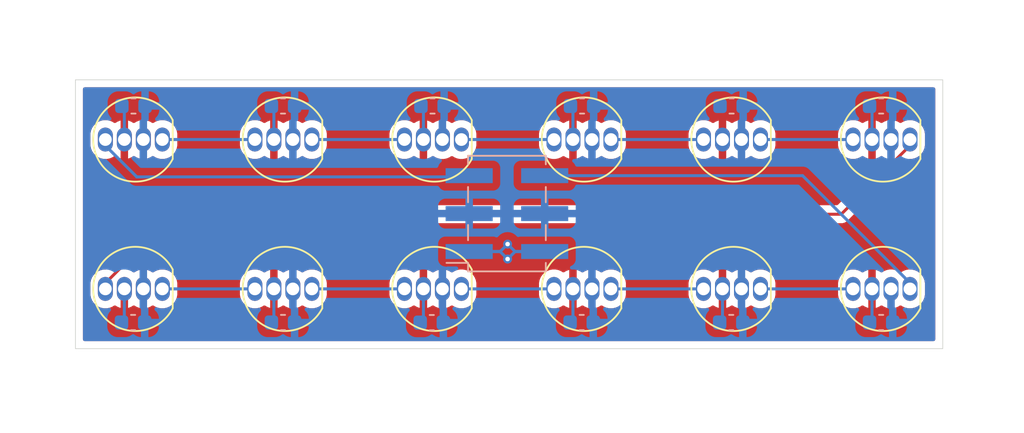
<source format=kicad_pcb>
(kicad_pcb (version 20240108) (generator "pcbnew") (generator_version "8.0")
  (layers (0 "F.Cu" signal) (31 "B.Cu" signal) (34 "B.Paste" user) (35 "F.Paste" user) (36 "B.SilkS" user "B.Silkscreen") (37 "F.SilkS" user "F.Silkscreen") (38 "B.Mask" user) (39 "F.Mask" user) (44 "Edge.Cuts" user))
  (net 0 "")
  (net 1 "5V")
  (net 2 "GND")
  (net 3 "Net-(D1-DO)")
  (net 4 "DIN")
  (net 5 "Net-(D2-DO)")
  (net 6 "Net-(D3-DO)")
  (net 7 "Net-(D4-DO)")
  (net 8 "Net-(D5-DO)")
  (net 9 "Net-(D10-DO)")
  (net 10 "Net-(D11-DO)")
  (net 11 "Net-(D7-DO)")
  (net 12 "Net-(D6-DO)")
  (net 13 "Net-(D8-DO)")
  (net 14 "Net-(D10-DI)")
  (net 15 "DOUT")
  (footprint "WS2812D:WS2812D" (layer "F.Cu") (at 88.405 58.5 180)
    (property "Reference" "D2" (hide yes))
    (property "Value" "APA-106-F5" (hide yes))
    (fp_line (start -2.6 -1.3) (end -2.6 1.3) (stroke (width 0.12)) (layer "F.SilkS"))
    (fp_arc (start -2.6 -1.3) (mid 2.717823 0) (end -2.6 1.3) (stroke (width 0.12)) (layer "F.SilkS"))
    (pad "1" thru_hole oval (at -1.905 0 180) (size 1 1.6) (drill 0.85) (layers "*.Cu" "*.Mask") (net 5 "Net-(D2-DO)"))
    (pad "2" thru_hole oval (at -0.635 0 180) (size 1 1.6) (drill 0.85) (layers "*.Cu" "*.Mask") (net 2 "GND"))
    (pad "3" thru_hole oval (at 0.635 0 180) (size 1 1.6) (drill 0.85) (layers "*.Cu" "*.Mask") (net 1 "5V"))
    (pad "4" thru_hole oval (at 1.905 0 180) (size 1 1.6) (drill 0.85) (layers "*.Cu" "*.Mask") (net 3 "Net-(D1-DO)"))
  )
  (footprint "WS2812D:WS2812D" (layer "F.Cu") (at 98.405 68.5 180)
    (property "Reference" "D9" (hide yes))
    (property "Value" "APA-106-F5" (hide yes))
    (fp_line (start -2.6 -1.3) (end -2.6 1.3) (stroke (width 0.12)) (layer "F.SilkS"))
    (fp_arc (start -2.6 -1.3) (mid 2.717823 0) (end -2.6 1.3) (stroke (width 0.12)) (layer "F.SilkS"))
    (pad "1" thru_hole oval (at -1.905 0 180) (size 1 1.6) (drill 0.85) (layers "*.Cu" "*.Mask") (net 14 "Net-(D10-DI)"))
    (pad "2" thru_hole oval (at -0.635 0 180) (size 1 1.6) (drill 0.85) (layers "*.Cu" "*.Mask") (net 2 "GND"))
    (pad "3" thru_hole oval (at 0.635 0 180) (size 1 1.6) (drill 0.85) (layers "*.Cu" "*.Mask") (net 1 "5V"))
    (pad "4" thru_hole oval (at 1.905 0 180) (size 1 1.6) (drill 0.85) (layers "*.Cu" "*.Mask") (net 13 "Net-(D8-DO)"))
  )
  (footprint "WS2812D:WS2812D" (layer "F.Cu") (at 118.405 58.5 180)
    (property "Reference" "D5" (hide yes))
    (property "Value" "APA-106-F5" (hide yes))
    (fp_line (start -2.6 -1.3) (end -2.6 1.3) (stroke (width 0.12)) (layer "F.SilkS"))
    (fp_arc (start -2.6 -1.3) (mid 2.717823 0) (end -2.6 1.3) (stroke (width 0.12)) (layer "F.SilkS"))
    (pad "1" thru_hole oval (at -1.905 0 180) (size 1 1.6) (drill 0.85) (layers "*.Cu" "*.Mask") (net 8 "Net-(D5-DO)"))
    (pad "2" thru_hole oval (at -0.635 0 180) (size 1 1.6) (drill 0.85) (layers "*.Cu" "*.Mask") (net 2 "GND"))
    (pad "3" thru_hole oval (at 0.635 0 180) (size 1 1.6) (drill 0.85) (layers "*.Cu" "*.Mask") (net 1 "5V"))
    (pad "4" thru_hole oval (at 1.905 0 180) (size 1 1.6) (drill 0.85) (layers "*.Cu" "*.Mask") (net 7 "Net-(D4-DO)"))
  )
  (footprint "WS2812D:WS2812D" (layer "F.Cu") (at 118.405 68.5 180)
    (property "Reference" "D11" (hide yes))
    (property "Value" "APA-106-F5" (hide yes))
    (fp_line (start -2.6 -1.3) (end -2.6 1.3) (stroke (width 0.12)) (layer "F.SilkS"))
    (fp_arc (start -2.6 -1.3) (mid 2.717823 0) (end -2.6 1.3) (stroke (width 0.12)) (layer "F.SilkS"))
    (pad "1" thru_hole oval (at -1.905 0 180) (size 1 1.6) (drill 0.85) (layers "*.Cu" "*.Mask") (net 10 "Net-(D11-DO)"))
    (pad "2" thru_hole oval (at -0.635 0 180) (size 1 1.6) (drill 0.85) (layers "*.Cu" "*.Mask") (net 2 "GND"))
    (pad "3" thru_hole oval (at 0.635 0 180) (size 1 1.6) (drill 0.85) (layers "*.Cu" "*.Mask") (net 1 "5V"))
    (pad "4" thru_hole oval (at 1.905 0 180) (size 1 1.6) (drill 0.85) (layers "*.Cu" "*.Mask") (net 9 "Net-(D10-DO)"))
  )
  (footprint "WS2812D:WS2812D" (layer "F.Cu") (at 108.405 68.5 180)
    (property "Reference" "D10" (hide yes))
    (property "Value" "APA-106-F5" (hide yes))
    (fp_line (start -2.6 -1.3) (end -2.6 1.3) (stroke (width 0.12)) (layer "F.SilkS"))
    (fp_arc (start -2.6 -1.3) (mid 2.717823 0) (end -2.6 1.3) (stroke (width 0.12)) (layer "F.SilkS"))
    (pad "1" thru_hole oval (at -1.905 0 180) (size 1 1.6) (drill 0.85) (layers "*.Cu" "*.Mask") (net 9 "Net-(D10-DO)"))
    (pad "2" thru_hole oval (at -0.635 0 180) (size 1 1.6) (drill 0.85) (layers "*.Cu" "*.Mask") (net 2 "GND"))
    (pad "3" thru_hole oval (at 0.635 0 180) (size 1 1.6) (drill 0.85) (layers "*.Cu" "*.Mask") (net 1 "5V"))
    (pad "4" thru_hole oval (at 1.905 0 180) (size 1 1.6) (drill 0.85) (layers "*.Cu" "*.Mask") (net 14 "Net-(D10-DI)"))
  )
  (footprint "WS2812D:WS2812D" (layer "F.Cu") (at 78.405 58.5 180)
    (property "Reference" "D1" (hide yes))
    (property "Value" "APA-106-F5" (hide yes))
    (fp_line (start -2.6 -1.3) (end -2.6 1.3) (stroke (width 0.12)) (layer "F.SilkS"))
    (fp_arc (start -2.6 -1.3) (mid 2.717823 0) (end -2.6 1.3) (stroke (width 0.12)) (layer "F.SilkS"))
    (pad "1" thru_hole oval (at -1.905 0 180) (size 1 1.6) (drill 0.85) (layers "*.Cu" "*.Mask") (net 3 "Net-(D1-DO)"))
    (pad "2" thru_hole oval (at -0.635 0 180) (size 1 1.6) (drill 0.85) (layers "*.Cu" "*.Mask") (net 2 "GND"))
    (pad "3" thru_hole oval (at 0.635 0 180) (size 1 1.6) (drill 0.85) (layers "*.Cu" "*.Mask") (net 1 "5V"))
    (pad "4" thru_hole oval (at 1.905 0 180) (size 1 1.6) (drill 0.85) (layers "*.Cu" "*.Mask") (net 4 "DIN"))
  )
  (footprint "WS2812D:WS2812D" (layer "F.Cu") (at 128.405 58.5 180)
    (property "Reference" "D6" (hide yes))
    (property "Value" "APA-106-F5" (hide yes))
    (fp_line (start -2.6 -1.3) (end -2.6 1.3) (stroke (width 0.12)) (layer "F.SilkS"))
    (fp_arc (start -2.6 -1.3) (mid 2.717823 0) (end -2.6 1.3) (stroke (width 0.12)) (layer "F.SilkS"))
    (pad "1" thru_hole oval (at -1.905 0 180) (size 1 1.6) (drill 0.85) (layers "*.Cu" "*.Mask") (net 12 "Net-(D6-DO)"))
    (pad "2" thru_hole oval (at -0.635 0 180) (size 1 1.6) (drill 0.85) (layers "*.Cu" "*.Mask") (net 2 "GND"))
    (pad "3" thru_hole oval (at 0.635 0 180) (size 1 1.6) (drill 0.85) (layers "*.Cu" "*.Mask") (net 1 "5V"))
    (pad "4" thru_hole oval (at 1.905 0 180) (size 1 1.6) (drill 0.85) (layers "*.Cu" "*.Mask") (net 8 "Net-(D5-DO)"))
  )
  (footprint "WS2812D:WS2812D" (layer "F.Cu") (at 128.405 68.5 180)
    (property "Reference" "D12" (hide yes))
    (property "Value" "APA-106-F5" (hide yes))
    (fp_line (start -2.6 -1.3) (end -2.6 1.3) (stroke (width 0.12)) (layer "F.SilkS"))
    (fp_arc (start -2.6 -1.3) (mid 2.717823 0) (end -2.6 1.3) (stroke (width 0.12)) (layer "F.SilkS"))
    (pad "1" thru_hole oval (at -1.905 0 180) (size 1 1.6) (drill 0.85) (layers "*.Cu" "*.Mask") (net 15 "DOUT"))
    (pad "2" thru_hole oval (at -0.635 0 180) (size 1 1.6) (drill 0.85) (layers "*.Cu" "*.Mask") (net 2 "GND"))
    (pad "3" thru_hole oval (at 0.635 0 180) (size 1 1.6) (drill 0.85) (layers "*.Cu" "*.Mask") (net 1 "5V"))
    (pad "4" thru_hole oval (at 1.905 0 180) (size 1 1.6) (drill 0.85) (layers "*.Cu" "*.Mask") (net 10 "Net-(D11-DO)"))
  )
  (footprint "WS2812D:WS2812D" (layer "F.Cu") (at 78.405 68.5 180)
    (property "Reference" "D7" (hide yes))
    (property "Value" "APA-106-F5" (hide yes))
    (fp_line (start -2.6 -1.3) (end -2.6 1.3) (stroke (width 0.12)) (layer "F.SilkS"))
    (fp_arc (start -2.6 -1.3) (mid 2.717823 0) (end -2.6 1.3) (stroke (width 0.12)) (layer "F.SilkS"))
    (pad "1" thru_hole oval (at -1.905 0 180) (size 1 1.6) (drill 0.85) (layers "*.Cu" "*.Mask") (net 11 "Net-(D7-DO)"))
    (pad "2" thru_hole oval (at -0.635 0 180) (size 1 1.6) (drill 0.85) (layers "*.Cu" "*.Mask") (net 2 "GND"))
    (pad "3" thru_hole oval (at 0.635 0 180) (size 1 1.6) (drill 0.85) (layers "*.Cu" "*.Mask") (net 1 "5V"))
    (pad "4" thru_hole oval (at 1.905 0 180) (size 1 1.6) (drill 0.85) (layers "*.Cu" "*.Mask") (net 12 "Net-(D6-DO)"))
  )
  (footprint "WS2812D:WS2812D" (layer "F.Cu") (at 88.405 68.5 180)
    (property "Reference" "D8" (hide yes))
    (property "Value" "APA-106-F5" (hide yes))
    (fp_line (start -2.6 -1.3) (end -2.6 1.3) (stroke (width 0.12)) (layer "F.SilkS"))
    (fp_arc (start -2.6 -1.3) (mid 2.717823 0) (end -2.6 1.3) (stroke (width 0.12)) (layer "F.SilkS"))
    (pad "1" thru_hole oval (at -1.905 0 180) (size 1 1.6) (drill 0.85) (layers "*.Cu" "*.Mask") (net 13 "Net-(D8-DO)"))
    (pad "2" thru_hole oval (at -0.635 0 180) (size 1 1.6) (drill 0.85) (layers "*.Cu" "*.Mask") (net 2 "GND"))
    (pad "3" thru_hole oval (at 0.635 0 180) (size 1 1.6) (drill 0.85) (layers "*.Cu" "*.Mask") (net 1 "5V"))
    (pad "4" thru_hole oval (at 1.905 0 180) (size 1 1.6) (drill 0.85) (layers "*.Cu" "*.Mask") (net 11 "Net-(D7-DO)"))
  )
  (footprint "WS2812D:WS2812D" (layer "F.Cu") (at 98.405 58.5 180)
    (property "Reference" "D3" (hide yes))
    (property "Value" "APA-106-F5" (hide yes))
    (fp_line (start -2.6 -1.3) (end -2.6 1.3) (stroke (width 0.12)) (layer "F.SilkS"))
    (fp_arc (start -2.6 -1.3) (mid 2.717823 0) (end -2.6 1.3) (stroke (width 0.12)) (layer "F.SilkS"))
    (pad "1" thru_hole oval (at -1.905 0 180) (size 1 1.6) (drill 0.85) (layers "*.Cu" "*.Mask") (net 6 "Net-(D3-DO)"))
    (pad "2" thru_hole oval (at -0.635 0 180) (size 1 1.6) (drill 0.85) (layers "*.Cu" "*.Mask") (net 2 "GND"))
    (pad "3" thru_hole oval (at 0.635 0 180) (size 1 1.6) (drill 0.85) (layers "*.Cu" "*.Mask") (net 1 "5V"))
    (pad "4" thru_hole oval (at 1.905 0 180) (size 1 1.6) (drill 0.85) (layers "*.Cu" "*.Mask") (net 5 "Net-(D2-DO)"))
  )
  (footprint "WS2812D:WS2812D" (layer "F.Cu") (at 108.405 58.5 180)
    (property "Reference" "D4" (hide yes))
    (property "Value" "APA-106-F5" (hide yes))
    (fp_line (start -2.6 -1.3) (end -2.6 1.3) (stroke (width 0.12)) (layer "F.SilkS"))
    (fp_arc (start -2.6 -1.3) (mid 2.717823 0) (end -2.6 1.3) (stroke (width 0.12)) (layer "F.SilkS"))
    (pad "1" thru_hole oval (at -1.905 0 180) (size 1 1.6) (drill 0.85) (layers "*.Cu" "*.Mask") (net 7 "Net-(D4-DO)"))
    (pad "2" thru_hole oval (at -0.635 0 180) (size 1 1.6) (drill 0.85) (layers "*.Cu" "*.Mask") (net 2 "GND"))
    (pad "3" thru_hole oval (at 0.635 0 180) (size 1 1.6) (drill 0.85) (layers "*.Cu" "*.Mask") (net 1 "5V"))
    (pad "4" thru_hole oval (at 1.905 0 180) (size 1 1.6) (drill 0.85) (layers "*.Cu" "*.Mask") (net 6 "Net-(D3-DO)"))
  )
  (footprint "Capacitor_SMD:C_0603_1608Metric" (layer "B.Cu") (at 128.38 70.75)
    (property "Reference" "C12" (hide yes))
    (property "Value" "100n" (hide yes))
    (fp_line (start 0.14058 -0.51) (end -0.14058 -0.51) (stroke (width 0.12)) (layer "B.SilkS"))
    (fp_line (start 0.14058 0.51) (end -0.14058 0.51) (stroke (width 0.12)) (layer "B.SilkS"))
    (pad "1" smd roundrect (at -0.775 0) (size 0.9 0.95) (layers "B.Cu" "B.Paste" "B.Mask") (net 1 "5V"))
    (pad "2" smd roundrect (at 0.775 0) (size 0.9 0.95) (layers "B.Cu" "B.Paste" "B.Mask") (net 2 "GND"))
  )
  (footprint "Capacitor_SMD:C_0603_1608Metric" (layer "B.Cu") (at 78.355 70.75)
    (property "Reference" "C7" (hide yes))
    (property "Value" "100n" (hide yes))
    (fp_line (start 0.14058 -0.51) (end -0.14058 -0.51) (stroke (width 0.12)) (layer "B.SilkS"))
    (fp_line (start 0.14058 0.51) (end -0.14058 0.51) (stroke (width 0.12)) (layer "B.SilkS"))
    (pad "1" smd roundrect (at -0.775 0) (size 0.9 0.95) (layers "B.Cu" "B.Paste" "B.Mask") (net 1 "5V"))
    (pad "2" smd roundrect (at 0.775 0) (size 0.9 0.95) (layers "B.Cu" "B.Paste" "B.Mask") (net 2 "GND"))
  )
  (footprint "Capacitor_SMD:C_0603_1608Metric" (layer "B.Cu") (at 128.38 56.25)
    (property "Reference" "C6" (hide yes))
    (property "Value" "100n" (hide yes))
    (fp_line (start 0.14058 -0.51) (end -0.14058 -0.51) (stroke (width 0.12)) (layer "B.SilkS"))
    (fp_line (start 0.14058 0.51) (end -0.14058 0.51) (stroke (width 0.12)) (layer "B.SilkS"))
    (pad "1" smd roundrect (at -0.775 0) (size 0.9 0.95) (layers "B.Cu" "B.Paste" "B.Mask") (net 1 "5V"))
    (pad "2" smd roundrect (at 0.775 0) (size 0.9 0.95) (layers "B.Cu" "B.Paste" "B.Mask") (net 2 "GND"))
  )
  (footprint "Connector_PinHeader_2.54mm:PinHeader_2x03_P2.54mm_Vertical_SMD" (layer "B.Cu") (at 103.355 63.457189)
    (property "Reference" "J1" (hide yes))
    (property "Value" "Conn_02x03_Odd_Even")
    (fp_line (start -2.6 -3.87) (end -2.6 -3.3) (stroke (width 0.12)) (layer "B.SilkS"))
    (fp_line (start -2.6 -1.78) (end -2.6 -0.76) (stroke (width 0.12)) (layer "B.SilkS"))
    (fp_line (start -2.6 0.76) (end -2.6 1.78) (stroke (width 0.12)) (layer "B.SilkS"))
    (fp_line (start -2.6 3.3) (end -4.04 3.3) (stroke (width 0.12)) (layer "B.SilkS"))
    (fp_line (start -2.6 3.3) (end -2.6 3.87) (stroke (width 0.12)) (layer "B.SilkS"))
    (fp_line (start 2.6 -3.87) (end -2.6 -3.87) (stroke (width 0.12)) (layer "B.SilkS"))
    (fp_line (start 2.6 -3.87) (end 2.6 -3.3) (stroke (width 0.12)) (layer "B.SilkS"))
    (fp_line (start 2.6 -1.78) (end 2.6 -0.76) (stroke (width 0.12)) (layer "B.SilkS"))
    (fp_line (start 2.6 0.76) (end 2.6 1.78) (stroke (width 0.12)) (layer "B.SilkS"))
    (fp_line (start 2.6 3.3) (end 2.6 3.87) (stroke (width 0.12)) (layer "B.SilkS"))
    (fp_line (start 2.6 3.87) (end -2.6 3.87) (stroke (width 0.12)) (layer "B.SilkS"))
    (pad "1" smd rect (at -2.525 2.54) (size 3.15 1) (layers "B.Cu" "B.Paste" "B.Mask") (net 1 "5V"))
    (pad "2" smd rect (at 2.525 2.54) (size 3.15 1) (layers "B.Cu" "B.Paste" "B.Mask") (net 1 "5V"))
    (pad "3" smd rect (at -2.525 0) (size 3.15 1) (layers "B.Cu" "B.Paste" "B.Mask") (net 2 "GND"))
    (pad "4" smd rect (at 2.525 0) (size 3.15 1) (layers "B.Cu" "B.Paste" "B.Mask") (net 2 "GND"))
    (pad "5" smd rect (at -2.525 -2.54) (size 3.15 1) (layers "B.Cu" "B.Paste" "B.Mask") (net 4 "DIN"))
    (pad "6" smd rect (at 2.525 -2.54) (size 3.15 1) (layers "B.Cu" "B.Paste" "B.Mask") (net 15 "DOUT"))
  )
  (footprint "Capacitor_SMD:C_0603_1608Metric" (layer "B.Cu") (at 88.38 70.75)
    (property "Reference" "C8" (hide yes))
    (property "Value" "100n" (hide yes))
    (fp_line (start 0.14058 -0.51) (end -0.14058 -0.51) (stroke (width 0.12)) (layer "B.SilkS"))
    (fp_line (start 0.14058 0.51) (end -0.14058 0.51) (stroke (width 0.12)) (layer "B.SilkS"))
    (pad "1" smd roundrect (at -0.775 0) (size 0.9 0.95) (layers "B.Cu" "B.Paste" "B.Mask") (net 1 "5V"))
    (pad "2" smd roundrect (at 0.775 0) (size 0.9 0.95) (layers "B.Cu" "B.Paste" "B.Mask") (net 2 "GND"))
  )
  (footprint "Capacitor_SMD:C_0603_1608Metric" (layer "B.Cu") (at 108.38 56.25)
    (property "Reference" "C4" (hide yes))
    (property "Value" "100n" (hide yes))
    (fp_line (start 0.14058 -0.51) (end -0.14058 -0.51) (stroke (width 0.12)) (layer "B.SilkS"))
    (fp_line (start 0.14058 0.51) (end -0.14058 0.51) (stroke (width 0.12)) (layer "B.SilkS"))
    (pad "1" smd roundrect (at -0.775 0) (size 0.9 0.95) (layers "B.Cu" "B.Paste" "B.Mask") (net 1 "5V"))
    (pad "2" smd roundrect (at 0.775 0) (size 0.9 0.95) (layers "B.Cu" "B.Paste" "B.Mask") (net 2 "GND"))
  )
  (footprint "Capacitor_SMD:C_0603_1608Metric" (layer "B.Cu") (at 78.38 56.25)
    (property "Reference" "C1" (hide yes))
    (property "Value" "100n" (hide yes))
    (fp_line (start 0.14058 -0.51) (end -0.14058 -0.51) (stroke (width 0.12)) (layer "B.SilkS"))
    (fp_line (start 0.14058 0.51) (end -0.14058 0.51) (stroke (width 0.12)) (layer "B.SilkS"))
    (pad "1" smd roundrect (at -0.775 0) (size 0.9 0.95) (layers "B.Cu" "B.Paste" "B.Mask") (net 1 "5V"))
    (pad "2" smd roundrect (at 0.775 0) (size 0.9 0.95) (layers "B.Cu" "B.Paste" "B.Mask") (net 2 "GND"))
  )
  (footprint "Capacitor_SMD:C_0603_1608Metric" (layer "B.Cu") (at 88.38 56.25)
    (property "Reference" "C2" (hide yes))
    (property "Value" "100n" (hide yes))
    (fp_line (start 0.14058 -0.51) (end -0.14058 -0.51) (stroke (width 0.12)) (layer "B.SilkS"))
    (fp_line (start 0.14058 0.51) (end -0.14058 0.51) (stroke (width 0.12)) (layer "B.SilkS"))
    (pad "1" smd roundrect (at -0.775 0) (size 0.9 0.95) (layers "B.Cu" "B.Paste" "B.Mask") (net 1 "5V"))
    (pad "2" smd roundrect (at 0.775 0) (size 0.9 0.95) (layers "B.Cu" "B.Paste" "B.Mask") (net 2 "GND"))
  )
  (footprint "Capacitor_SMD:C_0603_1608Metric" (layer "B.Cu") (at 118.38 56.25)
    (property "Reference" "C5" (hide yes))
    (property "Value" "100n" (hide yes))
    (fp_line (start 0.14058 -0.51) (end -0.14058 -0.51) (stroke (width 0.12)) (layer "B.SilkS"))
    (fp_line (start 0.14058 0.51) (end -0.14058 0.51) (stroke (width 0.12)) (layer "B.SilkS"))
    (pad "1" smd roundrect (at -0.775 0) (size 0.9 0.95) (layers "B.Cu" "B.Paste" "B.Mask") (net 1 "5V"))
    (pad "2" smd roundrect (at 0.775 0) (size 0.9 0.95) (layers "B.Cu" "B.Paste" "B.Mask") (net 2 "GND"))
  )
  (footprint "Capacitor_SMD:C_0603_1608Metric" (layer "B.Cu") (at 98.33 70.757189)
    (property "Reference" "C9" (hide yes))
    (property "Value" "100n" (hide yes))
    (fp_line (start 0.14058 -0.51) (end -0.14058 -0.51) (stroke (width 0.12)) (layer "B.SilkS"))
    (fp_line (start 0.14058 0.51) (end -0.14058 0.51) (stroke (width 0.12)) (layer "B.SilkS"))
    (pad "1" smd roundrect (at -0.775 0) (size 0.9 0.95) (layers "B.Cu" "B.Paste" "B.Mask") (net 1 "5V"))
    (pad "2" smd roundrect (at 0.775 0) (size 0.9 0.95) (layers "B.Cu" "B.Paste" "B.Mask") (net 2 "GND"))
  )
  (footprint "Capacitor_SMD:C_0603_1608Metric" (layer "B.Cu") (at 108.355 70.75)
    (property "Reference" "C10" (hide yes))
    (property "Value" "100n" (hide yes))
    (fp_line (start 0.14058 -0.51) (end -0.14058 -0.51) (stroke (width 0.12)) (layer "B.SilkS"))
    (fp_line (start 0.14058 0.51) (end -0.14058 0.51) (stroke (width 0.12)) (layer "B.SilkS"))
    (pad "1" smd roundrect (at -0.775 0) (size 0.9 0.95) (layers "B.Cu" "B.Paste" "B.Mask") (net 1 "5V"))
    (pad "2" smd roundrect (at 0.775 0) (size 0.9 0.95) (layers "B.Cu" "B.Paste" "B.Mask") (net 2 "GND"))
  )
  (footprint "Capacitor_SMD:C_0603_1608Metric" (layer "B.Cu") (at 98.38 56.25)
    (property "Reference" "C3" (hide yes))
    (property "Value" "100n" (hide yes))
    (fp_line (start 0.14058 -0.51) (end -0.14058 -0.51) (stroke (width 0.12)) (layer "B.SilkS"))
    (fp_line (start 0.14058 0.51) (end -0.14058 0.51) (stroke (width 0.12)) (layer "B.SilkS"))
    (pad "1" smd roundrect (at -0.775 0) (size 0.9 0.95) (layers "B.Cu" "B.Paste" "B.Mask") (net 1 "5V"))
    (pad "2" smd roundrect (at 0.775 0) (size 0.9 0.95) (layers "B.Cu" "B.Paste" "B.Mask") (net 2 "GND"))
  )
  (footprint "Capacitor_SMD:C_0603_1608Metric" (layer "B.Cu") (at 118.355 70.75)
    (property "Reference" "C11" (hide yes))
    (property "Value" "100n" (hide yes))
    (fp_line (start 0.14058 -0.51) (end -0.14058 -0.51) (stroke (width 0.12)) (layer "B.SilkS"))
    (fp_line (start 0.14058 0.51) (end -0.14058 0.51) (stroke (width 0.12)) (layer "B.SilkS"))
    (pad "1" smd roundrect (at -0.775 0) (size 0.9 0.95) (layers "B.Cu" "B.Paste" "B.Mask") (net 1 "5V"))
    (pad "2" smd roundrect (at 0.775 0) (size 0.9 0.95) (layers "B.Cu" "B.Paste" "B.Mask") (net 2 "GND"))
  )
  (gr_rect (start 74.5 54.5) (end 132.5 72.5) (stroke (width 0.05)) (fill none) (layer "Edge.Cuts"))
  (via (at 103.4 66.5) (size 0.6) (drill 0.3) (layers "F.Cu" "B.Cu") (net 1))
  (via (at 103.4 65.5) (size 0.6) (drill 0.3) (layers "F.Cu" "B.Cu") (net 1))
  (segment (start 100.83 65.997189) (end 102.897189 65.997189) (width 0.2) (layer "B.Cu") (net 1))
  (segment (start 103.4 65.5) (end 102.902811 65.997189) (width 0.2) (layer "B.Cu") (net 1))
  (segment (start 107.77 70.667189) (end 107.58 70.857189) (width 0.2) (layer "B.Cu") (net 1))
  (segment (start 103.902811 65.997189) (end 103.4 66.5) (width 0.2) (layer "B.Cu") (net 1))
  (segment (start 117.77 68.5) (end 117.77 70.667189) (width 0.2) (layer "B.Cu") (net 1))
  (segment (start 87.77 68.5) (end 87.77 70.692189) (width 0.2) (layer "B.Cu") (net 1))
  (segment (start 103.897189 65.997189) (end 105.88 65.997189) (width 0.2) (layer "B.Cu") (net 1))
  (segment (start 107.77 58.5) (end 107.77 56.322189) (width 0.2) (layer "B.Cu") (net 1))
  (segment (start 102.897189 65.997189) (end 103.4 66.5) (width 0.2) (layer "B.Cu") (net 1))
  (segment (start 77.77 58.5) (end 77.77 56.322189) (width 0.2) (layer "B.Cu") (net 1))
  (segment (start 117.77 70.667189) (end 117.58 70.857189) (width 0.2) (layer "B.Cu") (net 1))
  (segment (start 127.77 56.322189) (end 127.605 56.157189) (width 0.2) (layer "B.Cu") (net 1))
  (segment (start 87.77 70.692189) (end 87.605 70.857189) (width 0.2) (layer "B.Cu") (net 1))
  (segment (start 127.77 58.5) (end 127.77 56.322189) (width 0.2) (layer "B.Cu") (net 1))
  (segment (start 102.902811 65.997189) (end 100.83 65.997189) (width 0.2) (layer "B.Cu") (net 1))
  (segment (start 77.77 70.667189) (end 77.58 70.857189) (width 0.2) (layer "B.Cu") (net 1))
  (segment (start 107.77 56.322189) (end 107.605 56.157189) (width 0.2) (layer "B.Cu") (net 1))
  (segment (start 127.77 68.5) (end 127.77 70.692189) (width 0.2) (layer "B.Cu") (net 1))
  (segment (start 97.77 68.5) (end 97.77 70.542189) (width 0.2) (layer "B.Cu") (net 1))
  (segment (start 97.77 56.322189) (end 97.605 56.157189) (width 0.2) (layer "B.Cu") (net 1))
  (segment (start 127.77 70.692189) (end 127.605 70.857189) (width 0.2) (layer "B.Cu") (net 1))
  (segment (start 105.88 65.997189) (end 103.902811 65.997189) (width 0.2) (layer "B.Cu") (net 1))
  (segment (start 77.77 56.322189) (end 77.605 56.157189) (width 0.2) (layer "B.Cu") (net 1))
  (segment (start 87.77 56.322189) (end 87.605 56.157189) (width 0.2) (layer "B.Cu") (net 1))
  (segment (start 107.77 68.5) (end 107.77 70.667189) (width 0.2) (layer "B.Cu") (net 1))
  (segment (start 103.4 65.5) (end 103.897189 65.997189) (width 0.2) (layer "B.Cu") (net 1))
  (segment (start 77.77 68.5) (end 77.77 70.667189) (width 0.2) (layer "B.Cu") (net 1))
  (segment (start 87.77 58.5) (end 87.77 56.322189) (width 0.2) (layer "B.Cu") (net 1))
  (segment (start 97.77 70.542189) (end 97.555 70.757189) (width 0.2) (layer "B.Cu") (net 1))
  (segment (start 97.77 58.5) (end 97.77 56.322189) (width 0.2) (layer "B.Cu") (net 1))
  (segment (start 105.88 63.457189) (end 100.83 63.457189) (width 0.2) (layer "B.Cu") (net 2))
  (segment (start 80.31 58.5) (end 86.5 58.5) (width 0.2) (layer "B.Cu") (net 3))
  (segment (start 76.5 58.9) (end 78.6 61) (width 0.2) (layer "B.Cu") (net 4))
  (segment (start 78.6 61) (end 100.747189 61) (width 0.2) (layer "B.Cu") (net 4))
  (segment (start 100.747189 61) (end 100.83 60.917189) (width 0.2) (layer "B.Cu") (net 4))
  (segment (start 76.5 58.5) (end 76.5 58.9) (width 0.2) (layer "B.Cu") (net 4))
  (segment (start 90.31 58.5) (end 96.5 58.5) (width 0.2) (layer "B.Cu") (net 5))
  (segment (start 100.31 58.5) (end 106.5 58.5) (width 0.2) (layer "B.Cu") (net 6))
  (segment (start 110.31 58.5) (end 116.5 58.5) (width 0.2) (layer "B.Cu") (net 7))
  (segment (start 120.31 58.5) (end 126.5 58.5) (width 0.2) (layer "B.Cu") (net 8))
  (segment (start 110.31 68.5) (end 116.5 68.5) (width 0.2) (layer "B.Cu") (net 9))
  (segment (start 120.31 68.5) (end 126.5 68.5) (width 0.2) (layer "B.Cu") (net 10))
  (segment (start 80.31 68.5) (end 86.5 68.5) (width 0.2) (layer "B.Cu") (net 11))
  (segment (start 81.112189 63.5) (end 76.5 68.112189) (width 0.2) (layer "F.Cu") (net 12))
  (segment (start 130.31 58.5) (end 130.31 58.9) (width 0.2) (layer "F.Cu") (net 12))
  (segment (start 125.71 63.5) (end 81.112189 63.5) (width 0.2) (layer "F.Cu") (net 12))
  (segment (start 130.31 58.9) (end 125.71 63.5) (width 0.2) (layer "F.Cu") (net 12))
  (segment (start 76.5 68.112189) (end 76.5 68.5) (width 0.2) (layer "F.Cu") (net 12))
  (segment (start 130.31 58.5) (end 130.31 58.9) (width 0.2) (layer "B.Cu") (net 12))
  (segment (start 76.5 68.112189) (end 76.5 68.5) (width 0.2) (layer "B.Cu") (net 12))
  (segment (start 90.31 68.5) (end 96.5 68.5) (width 0.2) (layer "B.Cu") (net 13))
  (segment (start 100.31 68.5) (end 106.5 68.5) (width 0.2) (layer "B.Cu") (net 14))
  (segment (start 105.88 60.917189) (end 123.127189 60.917189) (width 0.2) (layer "B.Cu") (net 15))
  (segment (start 123.127189 60.917189) (end 130.31 68.1) (width 0.2) (layer "B.Cu") (net 15))
  (segment (start 130.31 68.1) (end 130.31 68.5) (width 0.2) (layer "B.Cu") (net 15))
  (zone (net 1) (net_name "5V") (layer "F.Cu") (connect_pads (clearance 0.5)) (min_thickness 0.25) (fill yes (thermal_gap 0.5) (thermal_bridge_width 0.5))
    (polygon (pts (xy 69.455 78.157189) (xy 137.955 78.157189) (xy 137.955 49.157189) (xy 69.455 49.157189)))
  )
  (zone (net 2) (net_name "GND") (layer "B.Cu") (connect_pads (clearance 0.5)) (min_thickness 0.25) (fill yes (thermal_gap 0.5) (thermal_bridge_width 0.5))
    (polygon (pts (xy 72.455 75.157189) (xy 134.955 75.157189) (xy 134.955 52.157189) (xy 72.455 52.157189)))
  )
)
</source>
